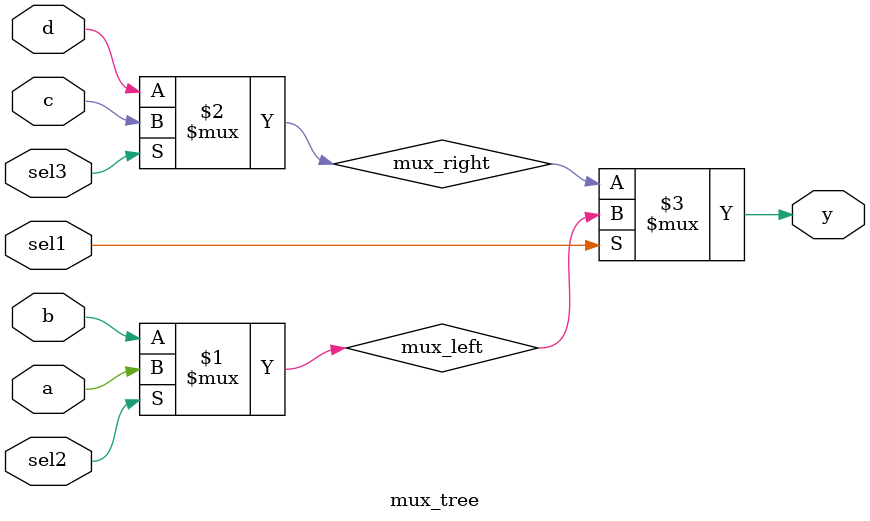
<source format=v>

module mux_tree
(
    input a, b, c, d,
    input sel1, sel2, sel3,
    output y
);

wire mux_left, mux_right;

assign mux_left = sel2 ? a : b;
assign mux_right = sel3 ? c : d;
assign y = sel1 ? mux_left : mux_right;

endmodule
</source>
